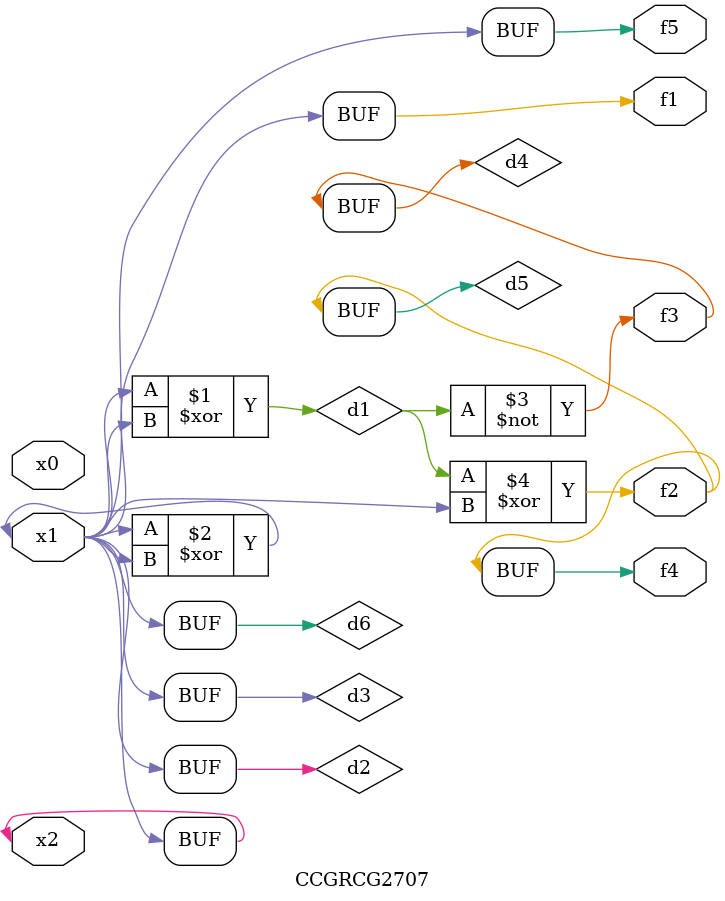
<source format=v>
module CCGRCG2707(
	input x0, x1, x2,
	output f1, f2, f3, f4, f5
);

	wire d1, d2, d3, d4, d5, d6;

	xor (d1, x1, x2);
	buf (d2, x1, x2);
	xor (d3, x1, x2);
	nor (d4, d1);
	xor (d5, d1, d2);
	buf (d6, d2, d3);
	assign f1 = d6;
	assign f2 = d5;
	assign f3 = d4;
	assign f4 = d5;
	assign f5 = d6;
endmodule

</source>
